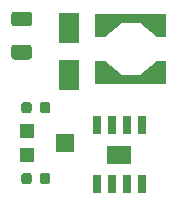
<source format=gbr>
%TF.GenerationSoftware,KiCad,Pcbnew,5.99.0-unknown-ad88874~101~ubuntu20.04.1*%
%TF.CreationDate,2020-05-19T22:39:20-04:00*%
%TF.ProjectId,headlights,68656164-6c69-4676-9874-732e6b696361,rev?*%
%TF.SameCoordinates,Original*%
%TF.FileFunction,Paste,Top*%
%TF.FilePolarity,Positive*%
%FSLAX46Y46*%
G04 Gerber Fmt 4.6, Leading zero omitted, Abs format (unit mm)*
G04 Created by KiCad (PCBNEW 5.99.0-unknown-ad88874~101~ubuntu20.04.1) date 2020-05-19 22:39:20*
%MOMM*%
%LPD*%
G01*
G04 APERTURE LIST*
%ADD10R,2.101200X1.567800*%
%ADD11R,0.802000X1.505000*%
%ADD12R,1.500000X1.600000*%
%ADD13R,1.200000X1.200000*%
%ADD14R,1.800000X2.500000*%
G04 APERTURE END LIST*
D10*
%TO.C,U2*%
X118250000Y-71500000D03*
D11*
X116345000Y-69002500D03*
X117615000Y-69002500D03*
X118885000Y-69002500D03*
X120155000Y-69002500D03*
X120155000Y-73997500D03*
X118885000Y-73997500D03*
X117615000Y-73997500D03*
X116345000Y-73997500D03*
%TD*%
D12*
%TO.C,RV1*%
X113700000Y-70500000D03*
D13*
X110450000Y-71500000D03*
X110450000Y-69500000D03*
%TD*%
%TO.C,R3*%
G36*
G01*
X111550000Y-67756250D02*
X111550000Y-67243750D01*
G75*
G02*
X111768750Y-67025000I218750J0D01*
G01*
X112206250Y-67025000D01*
G75*
G02*
X112425000Y-67243750I0J-218750D01*
G01*
X112425000Y-67756250D01*
G75*
G02*
X112206250Y-67975000I-218750J0D01*
G01*
X111768750Y-67975000D01*
G75*
G02*
X111550000Y-67756250I0J218750D01*
G01*
G37*
G36*
G01*
X109975000Y-67756250D02*
X109975000Y-67243750D01*
G75*
G02*
X110193750Y-67025000I218750J0D01*
G01*
X110631250Y-67025000D01*
G75*
G02*
X110850000Y-67243750I0J-218750D01*
G01*
X110850000Y-67756250D01*
G75*
G02*
X110631250Y-67975000I-218750J0D01*
G01*
X110193750Y-67975000D01*
G75*
G02*
X109975000Y-67756250I0J218750D01*
G01*
G37*
%TD*%
%TO.C,R2*%
G36*
G01*
X110850000Y-73243750D02*
X110850000Y-73756250D01*
G75*
G02*
X110631250Y-73975000I-218750J0D01*
G01*
X110193750Y-73975000D01*
G75*
G02*
X109975000Y-73756250I0J218750D01*
G01*
X109975000Y-73243750D01*
G75*
G02*
X110193750Y-73025000I218750J0D01*
G01*
X110631250Y-73025000D01*
G75*
G02*
X110850000Y-73243750I0J-218750D01*
G01*
G37*
G36*
G01*
X112425000Y-73243750D02*
X112425000Y-73756250D01*
G75*
G02*
X112206250Y-73975000I-218750J0D01*
G01*
X111768750Y-73975000D01*
G75*
G02*
X111550000Y-73756250I0J218750D01*
G01*
X111550000Y-73243750D01*
G75*
G02*
X111768750Y-73025000I218750J0D01*
G01*
X112206250Y-73025000D01*
G75*
G02*
X112425000Y-73243750I0J-218750D01*
G01*
G37*
%TD*%
%TO.C,R1*%
G36*
G01*
X110625000Y-60625000D02*
X109375000Y-60625000D01*
G75*
G02*
X109125000Y-60375000I0J250000D01*
G01*
X109125000Y-59625000D01*
G75*
G02*
X109375000Y-59375000I250000J0D01*
G01*
X110625000Y-59375000D01*
G75*
G02*
X110875000Y-59625000I0J-250000D01*
G01*
X110875000Y-60375000D01*
G75*
G02*
X110625000Y-60625000I-250000J0D01*
G01*
G37*
G36*
G01*
X110625000Y-63425000D02*
X109375000Y-63425000D01*
G75*
G02*
X109125000Y-63175000I0J250000D01*
G01*
X109125000Y-62425000D01*
G75*
G02*
X109375000Y-62175000I250000J0D01*
G01*
X110625000Y-62175000D01*
G75*
G02*
X110875000Y-62425000I0J-250000D01*
G01*
X110875000Y-63175000D01*
G75*
G02*
X110625000Y-63425000I-250000J0D01*
G01*
G37*
%TD*%
%TO.C,L1*%
G36*
X122250000Y-61537500D02*
G01*
X121460000Y-61537500D01*
X120040000Y-60325000D01*
X118460000Y-60325000D01*
X117040000Y-61537500D01*
X116250000Y-61537500D01*
X116250000Y-59537500D01*
X122250000Y-59537500D01*
X122250000Y-61537500D01*
G37*
G36*
X116250000Y-63537500D02*
G01*
X117040000Y-63537500D01*
X118460001Y-64750000D01*
X120040000Y-64750001D01*
X121460000Y-63537501D01*
X122250000Y-63537501D01*
X122250000Y-65537500D01*
X116250000Y-65537499D01*
X116250000Y-63537500D01*
G37*
%TD*%
D14*
%TO.C,D1*%
X114000000Y-64750000D03*
X114000000Y-60750000D03*
%TD*%
M02*

</source>
